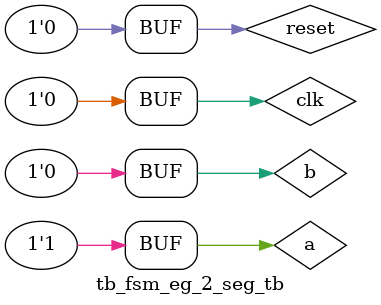
<source format=v>
module fsm_eg_2_seg
   ( 
    input wire clk,reset,
    input wire a ,b, 
    output reg y0,y1
   );
   //symbolic sate dectaration
   localparam [1:0] s0=2'b00,
		    s1=2'b01,
		    s2=2'b10;
   reg [1:0] state_reg, state_next;
   //state register
   always @(posedge clk, posedge reset)
      if (reset)
	state_reg <= s0;
      else
	state_reg <= state_next;
   //next-state logic
   always @* 
     case (state_reg)
	s0: if(a) 
	      if (b)
	         state_next = s2;
	      else
		state_next = s1;
	     else
		state_next = s0;
	s1: if (a)
	      state_next = s0;
	    else
	       state_next = s1;
	s2: state_next = s0;
	default: state_next = s0;
      endcase
   //morre output logic
   assign y1 = (state_reg==s0) || (state_reg==s1) ;
   //mealy output logic
   assign y0= (state_reg==s0) & a & b ;
endmodule

 `timescale 1 ns/10 ps
module tb_fsm_eg_2_seg_tb ();
	// declaration
	localparam T=20; //clock period
	reg clk, reset;
	reg a, b;
	wire y0, y1;
	// design under test
	fsm_eg_2_seg dut (.clk(clk), 
	.reset(reset), .a(a), .b(b), 
	.y0(y0), .y1(y1));
	// clock
	always
	begin
		clk = 1'b1;
		#(T/2);
		clk = 1'b0;
		#(T/2);
	end
	//reset 
	initial 
	begin
		reset = 1'b1;
		#(T); #(T/2);
		reset = 1'b0;
	end

	// stimulus
	initial
	begin
		// wait for half cycle
		#(T/2);
		a = 1'b0;
		b = 1'b1;
		
		#(4*T);
		a = 1'b1;
		
		#(2*T);
		a = 1'b1;
		b = 1'b0;
		
		#(1*T);
		a = 1'b0;

		#(3*T);
		a = 1'b1;
		
		#(2*T);
	end
endmodule
</source>
